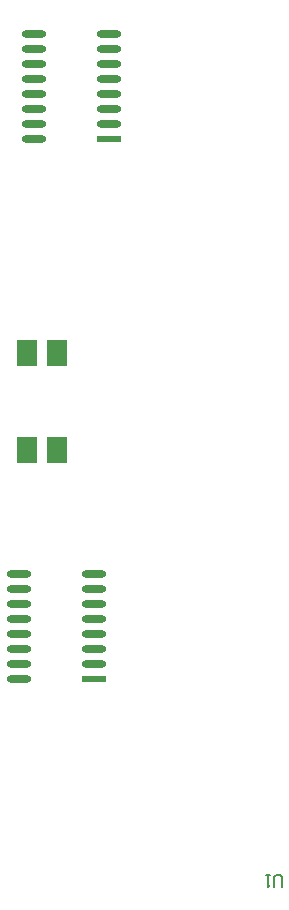
<source format=gtp>
G04*
G04 #@! TF.GenerationSoftware,Altium Limited,Altium Designer,21.8.1 (53)*
G04*
G04 Layer_Color=8421504*
%FSLAX43Y43*%
%MOMM*%
G71*
G04*
G04 #@! TF.SameCoordinates,8F43A1E2-94A4-4ABA-9861-1074310715B2*
G04*
G04*
G04 #@! TF.FilePolarity,Positive*
G04*
G01*
G75*
%ADD15C,0.152*%
%ADD16R,2.103X0.616*%
G04:AMPARAMS|DCode=17|XSize=2.103mm|YSize=0.616mm|CornerRadius=0.308mm|HoleSize=0mm|Usage=FLASHONLY|Rotation=180.000|XOffset=0mm|YOffset=0mm|HoleType=Round|Shape=RoundedRectangle|*
%AMROUNDEDRECTD17*
21,1,2.103,0.000,0,0,180.0*
21,1,1.487,0.616,0,0,180.0*
1,1,0.616,-0.744,0.000*
1,1,0.616,0.744,0.000*
1,1,0.616,0.744,0.000*
1,1,0.616,-0.744,0.000*
%
%ADD17ROUNDEDRECTD17*%
%ADD18R,1.700X2.200*%
D15*
X142240Y9652D02*
Y10499D01*
X142071Y10668D01*
X141732D01*
X141563Y10499D01*
Y9652D01*
X141224Y10668D02*
X140886D01*
X141055D01*
Y9652D01*
X141224Y9822D01*
D16*
X126340Y27305D02*
D03*
X127610Y73025D02*
D03*
D17*
X126340Y28575D02*
D03*
Y29845D02*
D03*
Y31115D02*
D03*
Y32385D02*
D03*
Y33655D02*
D03*
Y34925D02*
D03*
Y36195D02*
D03*
X120040D02*
D03*
Y34925D02*
D03*
Y33655D02*
D03*
Y32385D02*
D03*
Y31115D02*
D03*
Y29845D02*
D03*
Y28575D02*
D03*
Y27305D02*
D03*
X127610Y74295D02*
D03*
Y75565D02*
D03*
Y76835D02*
D03*
Y78105D02*
D03*
Y79375D02*
D03*
Y80645D02*
D03*
Y81915D02*
D03*
X121310D02*
D03*
Y80645D02*
D03*
Y79375D02*
D03*
Y78105D02*
D03*
Y76835D02*
D03*
Y75565D02*
D03*
Y74295D02*
D03*
Y73025D02*
D03*
D18*
X120650Y46700D02*
D03*
X123190D02*
D03*
Y54900D02*
D03*
X120650D02*
D03*
M02*

</source>
